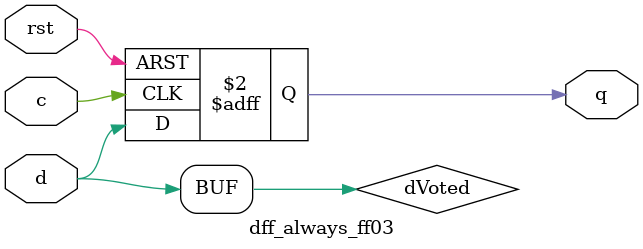
<source format=sv>

module dff_always_ff03
  (input  logic d,
   input  logic rst,
   input  logic c,
   output logic q);

  // tmrg default triplicate
  wire dVoted=d;

  always_ff @(posedge c or posedge rst)
    if (rst) q <= 1'b0;
    else     q <=dVoted;

endmodule

</source>
